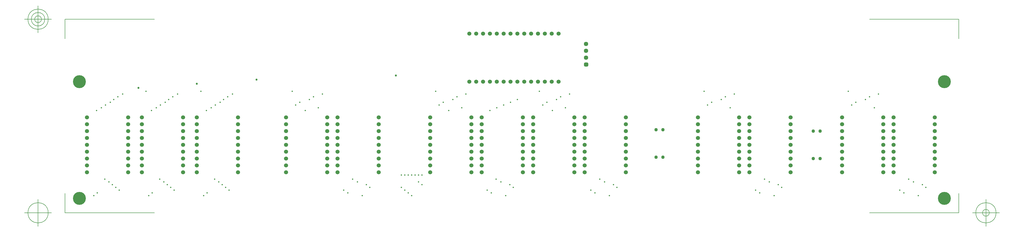
<source format=gbr>
G04 Generated by Ultiboard 14.1 *
%FSLAX34Y34*%
%MOMM*%

%ADD10C,0.0001*%
%ADD11C,0.1270*%
%ADD12C,0.5000*%
%ADD13C,0.7500*%
%ADD14C,4.8000*%
%ADD15C,1.5000*%
%ADD16C,1.6088*%
%ADD17R,0.5291X0.5291*%
%ADD18C,0.9949*%
%ADD19C,1.2700*%


G04 ColorRGB 9900CC for the following layer *
%LNSolder Mask Bottom*%
%LPD*%
G54D10*
G54D11*
X-2540Y-2540D02*
X-2540Y69088D01*
X-2540Y-2540D02*
X328168Y-2540D01*
X3304540Y-2540D02*
X2973832Y-2540D01*
X3304540Y-2540D02*
X3304540Y69088D01*
X3304540Y713740D02*
X3304540Y642112D01*
X3304540Y713740D02*
X2973832Y713740D01*
X-2540Y713740D02*
X328168Y713740D01*
X-2540Y713740D02*
X-2540Y642112D01*
X-52540Y-2540D02*
X-152540Y-2540D01*
X-102540Y-52540D02*
X-102540Y47460D01*
X-140040Y-2540D02*
G75*
D01*
G02X-140040Y-2540I37500J0*
G01*
X3354540Y-2540D02*
X3454540Y-2540D01*
X3404540Y-52540D02*
X3404540Y47460D01*
X3367040Y-2540D02*
G75*
D01*
G02X3367040Y-2540I37500J0*
G01*
X3392040Y-2540D02*
G75*
D01*
G02X3392040Y-2540I12500J0*
G01*
X-52540Y713740D02*
X-152540Y713740D01*
X-102540Y663740D02*
X-102540Y763740D01*
X-140040Y713740D02*
G75*
D01*
G02X-140040Y713740I37500J0*
G01*
X-127540Y713740D02*
G75*
D01*
G02X-127540Y713740I25000J0*
G01*
X-115040Y713740D02*
G75*
D01*
G02X-115040Y713740I12500J0*
G01*
G54D12*
X104140Y60960D03*
X307340Y60960D03*
X510540Y60960D03*
X1097280Y60960D03*
X1628140Y60960D03*
X2011680Y60960D03*
X2621280Y60960D03*
X3154680Y60960D03*
X116840Y71120D03*
X198120Y81280D03*
X320040Y71120D03*
X401320Y81280D03*
X523240Y71120D03*
X604520Y81280D03*
X1028700Y81280D03*
X1043940Y71120D03*
X1559560Y81280D03*
X1574800Y71120D03*
X1943100Y81280D03*
X1958340Y71120D03*
X2552700Y81280D03*
X2567940Y71120D03*
X3086100Y81280D03*
X3101340Y71120D03*
X172720Y101600D03*
X185420Y91440D03*
X375920Y101600D03*
X388620Y91440D03*
X579120Y101600D03*
X591820Y91440D03*
X1112520Y101600D03*
X1125220Y91440D03*
X1643380Y101600D03*
X1656080Y91440D03*
X2026920Y101600D03*
X2039620Y91440D03*
X2636520Y101600D03*
X2649220Y91440D03*
X3169920Y101600D03*
X3182620Y91440D03*
X144780Y121920D03*
X160020Y111760D03*
X347980Y121920D03*
X363220Y111760D03*
X551180Y121920D03*
X566420Y111760D03*
X1061720Y121920D03*
X1079500Y111760D03*
X1592580Y121920D03*
X1610360Y111760D03*
X1976120Y121920D03*
X1993900Y111760D03*
X2585720Y121920D03*
X2603500Y111760D03*
X3119120Y121920D03*
X3136900Y111760D03*
X114300Y375920D03*
X132080Y386080D03*
X317500Y375920D03*
X335280Y386080D03*
X520700Y375920D03*
X538480Y386080D03*
X886460Y375920D03*
X934720Y386080D03*
X1417320Y375920D03*
X1465580Y386080D03*
X1800860Y375920D03*
X1849120Y386080D03*
X2458720Y386080D03*
X2992120Y386080D03*
X165100Y406400D03*
X147320Y396240D03*
X350520Y396240D03*
X368300Y406400D03*
X553720Y396240D03*
X571500Y406400D03*
X866140Y406400D03*
X850900Y396240D03*
X1381760Y396240D03*
X1397000Y406400D03*
X1765300Y396240D03*
X1780540Y406400D03*
X2374900Y396240D03*
X2390140Y406400D03*
X2923540Y406400D03*
X2908300Y396240D03*
X177800Y416560D03*
X193040Y426720D03*
X381000Y416560D03*
X396240Y426720D03*
X584200Y416560D03*
X599440Y426720D03*
X901700Y416560D03*
X916940Y426720D03*
X1432560Y416560D03*
X1447800Y426720D03*
X1816100Y416560D03*
X1831340Y426720D03*
X2425700Y416560D03*
X2440940Y426720D03*
X2959100Y416560D03*
X2974340Y426720D03*
X210820Y436880D03*
X297180Y447040D03*
X414020Y436880D03*
X500380Y447040D03*
X617220Y436880D03*
X838200Y447040D03*
X949960Y436880D03*
X1369060Y447040D03*
X1480820Y436880D03*
X1752600Y447040D03*
X1864360Y436880D03*
X2362200Y447040D03*
X2473960Y436880D03*
X2895600Y447040D03*
X3007360Y436880D03*
X1569720Y375920D03*
X1595120Y386080D03*
X1620520Y396240D03*
X1645920Y406400D03*
X1671320Y416560D03*
X1242060Y137160D03*
X1254760Y137160D03*
X1267460Y137160D03*
X1280160Y137160D03*
X1292860Y137160D03*
X1305560Y137160D03*
X1318260Y137160D03*
X1242060Y91440D03*
X1254760Y81280D03*
X1267460Y71120D03*
X1280160Y60960D03*
X1305560Y111760D03*
X1318260Y101600D03*
G54D13*
X269240Y459740D03*
X706120Y490220D03*
X1221740Y505460D03*
X485140Y474980D03*
G54D14*
X50800Y482600D03*
X50800Y50800D03*
X3251200Y482600D03*
X3251200Y50800D03*
G54D15*
X3063240Y147320D03*
X3215640Y147320D03*
X3063240Y172720D03*
X3215640Y172720D03*
X3063240Y198120D03*
X3215640Y198120D03*
X3063240Y223520D03*
X3215640Y223520D03*
X3063240Y248920D03*
X3215640Y248920D03*
X3063240Y274320D03*
X3215640Y274320D03*
X3063240Y299720D03*
X3215640Y299720D03*
X3063240Y325120D03*
X3215640Y325120D03*
X3063240Y350520D03*
X3215640Y350520D03*
X2872740Y147320D03*
X3025140Y147320D03*
X2872740Y172720D03*
X3025140Y172720D03*
X2872740Y198120D03*
X3025140Y198120D03*
X2872740Y223520D03*
X3025140Y223520D03*
X2872740Y248920D03*
X3025140Y248920D03*
X2872740Y274320D03*
X3025140Y274320D03*
X2872740Y299720D03*
X3025140Y299720D03*
X2872740Y325120D03*
X3025140Y325120D03*
X2872740Y350520D03*
X3025140Y350520D03*
X2529840Y147320D03*
X2682240Y147320D03*
X2529840Y172720D03*
X2682240Y172720D03*
X2529840Y198120D03*
X2682240Y198120D03*
X2529840Y223520D03*
X2682240Y223520D03*
X2529840Y248920D03*
X2682240Y248920D03*
X2529840Y274320D03*
X2682240Y274320D03*
X2529840Y299720D03*
X2682240Y299720D03*
X2529840Y325120D03*
X2682240Y325120D03*
X2529840Y350520D03*
X2682240Y350520D03*
X2339340Y147320D03*
X2491740Y147320D03*
X2339340Y172720D03*
X2491740Y172720D03*
X2339340Y198120D03*
X2491740Y198120D03*
X2339340Y223520D03*
X2491740Y223520D03*
X2339340Y248920D03*
X2491740Y248920D03*
X2339340Y274320D03*
X2491740Y274320D03*
X2339340Y299720D03*
X2491740Y299720D03*
X2339340Y325120D03*
X2491740Y325120D03*
X2339340Y350520D03*
X2491740Y350520D03*
X1920240Y147320D03*
X2072640Y147320D03*
X1920240Y172720D03*
X2072640Y172720D03*
X1920240Y198120D03*
X2072640Y198120D03*
X1920240Y223520D03*
X2072640Y223520D03*
X1920240Y248920D03*
X2072640Y248920D03*
X1920240Y274320D03*
X2072640Y274320D03*
X1920240Y299720D03*
X2072640Y299720D03*
X1920240Y325120D03*
X2072640Y325120D03*
X1920240Y350520D03*
X2072640Y350520D03*
X1348740Y147320D03*
X1501140Y147320D03*
X1348740Y172720D03*
X1501140Y172720D03*
X1348740Y198120D03*
X1501140Y198120D03*
X1348740Y223520D03*
X1501140Y223520D03*
X1348740Y248920D03*
X1501140Y248920D03*
X1348740Y274320D03*
X1501140Y274320D03*
X1348740Y299720D03*
X1501140Y299720D03*
X1348740Y325120D03*
X1501140Y325120D03*
X1348740Y350520D03*
X1501140Y350520D03*
X1005840Y147320D03*
X1158240Y147320D03*
X1005840Y172720D03*
X1158240Y172720D03*
X1005840Y198120D03*
X1158240Y198120D03*
X1005840Y223520D03*
X1158240Y223520D03*
X1005840Y248920D03*
X1158240Y248920D03*
X1005840Y274320D03*
X1158240Y274320D03*
X1005840Y299720D03*
X1158240Y299720D03*
X1005840Y325120D03*
X1158240Y325120D03*
X1005840Y350520D03*
X1158240Y350520D03*
X815340Y147320D03*
X967740Y147320D03*
X815340Y172720D03*
X967740Y172720D03*
X815340Y198120D03*
X967740Y198120D03*
X815340Y223520D03*
X967740Y223520D03*
X815340Y248920D03*
X967740Y248920D03*
X815340Y274320D03*
X967740Y274320D03*
X815340Y299720D03*
X967740Y299720D03*
X815340Y325120D03*
X967740Y325120D03*
X815340Y350520D03*
X967740Y350520D03*
X1729740Y147320D03*
X1882140Y147320D03*
X1729740Y172720D03*
X1882140Y172720D03*
X1729740Y198120D03*
X1882140Y198120D03*
X1729740Y223520D03*
X1882140Y223520D03*
X1729740Y248920D03*
X1882140Y248920D03*
X1729740Y274320D03*
X1882140Y274320D03*
X1729740Y299720D03*
X1882140Y299720D03*
X1729740Y325120D03*
X1882140Y325120D03*
X1729740Y350520D03*
X1882140Y350520D03*
X1539240Y147320D03*
X1691640Y147320D03*
X1539240Y172720D03*
X1691640Y172720D03*
X1539240Y198120D03*
X1691640Y198120D03*
X1539240Y223520D03*
X1691640Y223520D03*
X1539240Y248920D03*
X1691640Y248920D03*
X1539240Y274320D03*
X1691640Y274320D03*
X1539240Y299720D03*
X1691640Y299720D03*
X1539240Y325120D03*
X1691640Y325120D03*
X1539240Y350520D03*
X1691640Y350520D03*
X485140Y147330D03*
X637540Y147330D03*
X485140Y172730D03*
X637540Y172730D03*
X485140Y198130D03*
X637540Y198130D03*
X485140Y223530D03*
X637540Y223530D03*
X485140Y248930D03*
X637540Y248930D03*
X485140Y274330D03*
X637540Y274330D03*
X485140Y299730D03*
X637540Y299730D03*
X485140Y325130D03*
X637540Y325130D03*
X485140Y350530D03*
X637540Y350530D03*
X281940Y147330D03*
X434340Y147330D03*
X281940Y172730D03*
X434340Y172730D03*
X281940Y198130D03*
X434340Y198130D03*
X281940Y223530D03*
X434340Y223530D03*
X281940Y248930D03*
X434340Y248930D03*
X281940Y274330D03*
X434340Y274330D03*
X281940Y299730D03*
X434340Y299730D03*
X281940Y325130D03*
X434340Y325130D03*
X281940Y350530D03*
X434340Y350530D03*
X78740Y147330D03*
X231140Y147330D03*
X78740Y172730D03*
X231140Y172730D03*
X78740Y198130D03*
X231140Y198130D03*
X78740Y223530D03*
X231140Y223530D03*
X78740Y248930D03*
X231140Y248930D03*
X78740Y274330D03*
X231140Y274330D03*
X78740Y299730D03*
X231140Y299730D03*
X78740Y325130D03*
X231140Y325130D03*
X78740Y350530D03*
X231140Y350530D03*
X1645920Y660400D03*
X1823720Y660400D03*
X1823720Y482600D03*
X1747520Y482600D03*
X1722120Y482600D03*
X1696720Y482600D03*
X1671320Y482600D03*
X1645920Y482600D03*
X1620520Y482600D03*
X1595120Y482600D03*
X1696720Y660400D03*
X1544320Y482600D03*
X1518920Y482600D03*
X1493520Y482600D03*
X1493520Y660400D03*
X1518920Y660400D03*
X1544320Y660400D03*
X1569720Y660400D03*
X1798320Y660400D03*
X1772920Y660400D03*
X1747520Y660400D03*
X1722120Y660400D03*
X1671320Y660400D03*
X1620520Y660400D03*
X1772920Y482600D03*
X1798320Y482600D03*
X1569720Y482600D03*
X1595120Y660400D03*
G54D16*
X1925320Y571500D03*
X1925320Y622300D03*
X1925320Y596900D03*
G54D17*
X1925320Y546100D03*
G54D18*
X1922675Y543455D02*
X1927965Y543455D01*
X1927965Y548745D01*
X1922675Y548745D01*
X1922675Y543455D01*D02*
G54D19*
X2209800Y304800D03*
X2184400Y304800D03*
X2209800Y203200D03*
X2184400Y203200D03*
X2791460Y299720D03*
X2766060Y299720D03*
X2791460Y198120D03*
X2766060Y198120D03*

M02*

</source>
